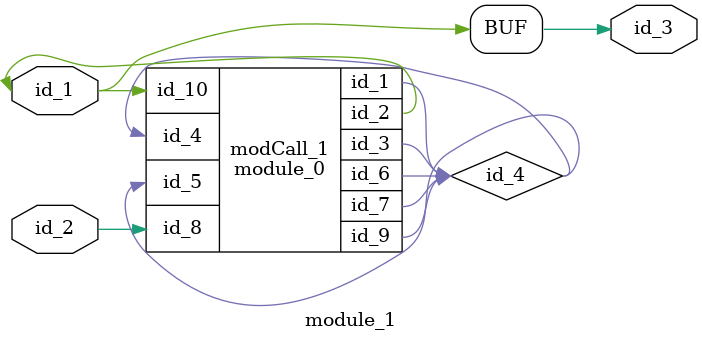
<source format=v>
module module_0 (
    id_1,
    id_2,
    id_3,
    id_4,
    id_5,
    id_6,
    id_7,
    id_8,
    id_9,
    id_10
);
  input wire id_10;
  inout wire id_9;
  input wire id_8;
  inout wire id_7;
  inout wire id_6;
  input wire id_5;
  input wire id_4;
  inout wire id_3;
  output wire id_2;
  inout wire id_1;
  assign id_3 = id_6;
  assign id_2 = 1;
endmodule
module module_1 (
    id_1,
    id_2,
    id_3
);
  output wire id_3;
  input wire id_2;
  input wire id_1;
  always id_3 = id_1;
  wire id_4;
  module_0 modCall_1 (
      id_4,
      id_3,
      id_4,
      id_4,
      id_4,
      id_4,
      id_4,
      id_2,
      id_4,
      id_1
  );
endmodule

</source>
